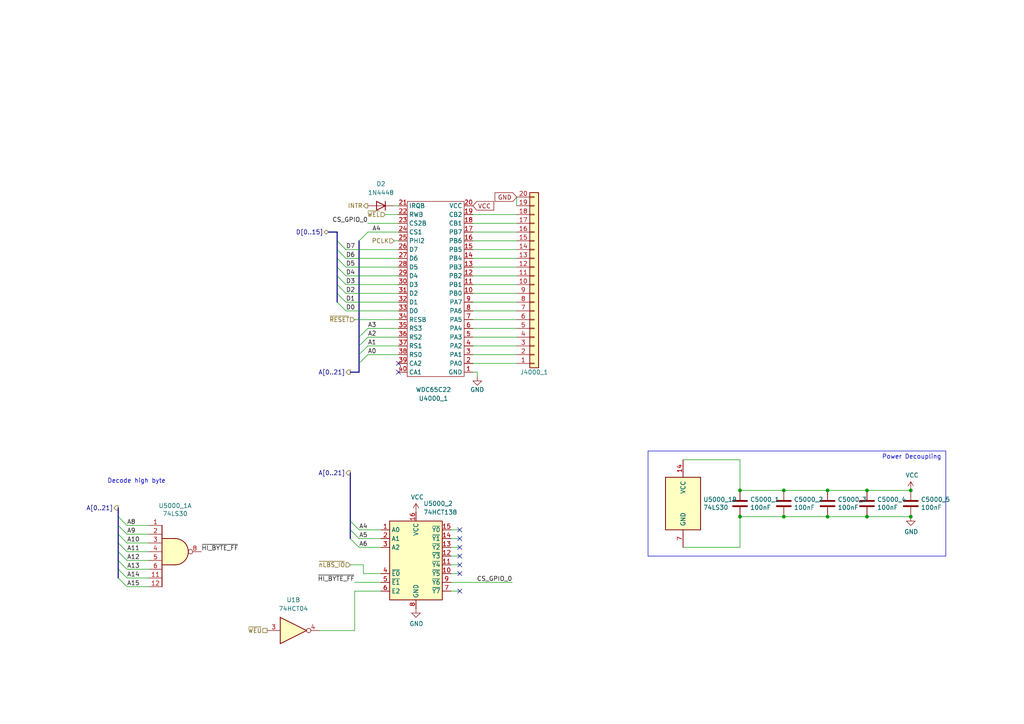
<source format=kicad_sch>
(kicad_sch (version 20250114) (generator "eeschema") (generator_version "9.0")
  (paper "A4")
  (lib_symbols
    (symbol "74xx:74HCT04"
      (property "Reference" "U" (at 0 1.27 0))
      (property "Value" "74HCT04" (at 0 -1.27 0))
      (symbol "74HCT04_1_0"
        (polyline (pts (xy -3.81 3.81) (xy -3.81 -3.81) (xy 3.81 0) (xy -3.81 3.81)) (stroke (width 0.254)) (fill (type background)))
        (pin input line (at -7.62 0 0) (length 3.81) (name "~") (number "1"))
        (pin output inverted (at 7.62 0 180) (length 3.81) (name "~") (number "2"))
      )
      (symbol "74HCT04_2_0"
        (polyline (pts (xy -3.81 3.81) (xy -3.81 -3.81) (xy 3.81 0) (xy -3.81 3.81)) (stroke (width 0.254)) (fill (type background)))
        (pin input line (at -7.62 0 0) (length 3.81) (name "~") (number "3"))
        (pin output inverted (at 7.62 0 180) (length 3.81) (name "~") (number "4"))
      )
      (symbol "74HCT04_3_0"
        (polyline (pts (xy -3.81 3.81) (xy -3.81 -3.81) (xy 3.81 0) (xy -3.81 3.81)) (stroke (width 0.254)) (fill (type background)))
        (pin input line (at -7.62 0 0) (length 3.81) (name "~") (number "5"))
        (pin output inverted (at 7.62 0 180) (length 3.81) (name "~") (number "6"))
      )
      (symbol "74HCT04_4_0"
        (polyline (pts (xy -3.81 3.81) (xy -3.81 -3.81) (xy 3.81 0) (xy -3.81 3.81)) (stroke (width 0.254)) (fill (type background)))
        (pin input line (at -7.62 0 0) (length 3.81) (name "~") (number "9"))
        (pin output inverted (at 7.62 0 180) (length 3.81) (name "~") (number "8"))
      )
      (symbol "74HCT04_5_0"
        (polyline (pts (xy -3.81 3.81) (xy -3.81 -3.81) (xy 3.81 0) (xy -3.81 3.81)) (stroke (width 0.254)) (fill (type background)))
        (pin input line (at -7.62 0 0) (length 3.81) (name "~") (number "11"))
        (pin output inverted (at 7.62 0 180) (length 3.81) (name "~") (number "10"))
      )
      (symbol "74HCT04_6_0"
        (polyline (pts (xy -3.81 3.81) (xy -3.81 -3.81) (xy 3.81 0) (xy -3.81 3.81)) (stroke (width 0.254)) (fill (type background)))
        (pin input line (at -7.62 0 0) (length 3.81) (name "~") (number "13"))
        (pin output inverted (at 7.62 0 180) (length 3.81) (name "~") (number "12"))
      )
      (symbol "74HCT04_7_0"
        (pin power_in line (at 0 12.7 270) (length 5.08) (name "VCC") (number "14"))
        (pin power_in line (at 0 -12.7 90) (length 5.08) (name "GND") (number "7"))
      )
      (symbol "74HCT04_7_1"
        (rectangle (start -5.08 7.62) (end 5.08 -7.62) (stroke (width 0.254)) (fill (type background)))
      )
    )
    (symbol "74xx:74HCT138"
      (property "Reference" "U" (at -7.62 13.97 0))
      (property "Value" "74HCT138" (at 2.54 -11.43 0))
      (symbol "74HCT138_0_1"
        (rectangle (start -7.62 12.7) (end 7.62 -10.16) (stroke (width 0.254)) (fill (type background)))
      )
      (symbol "74HCT138_1_1"
        (pin input line (at -10.16 10.16 0) (length 2.54) (name "A0") (number "1"))
        (pin input line (at -10.16 7.62 0) (length 2.54) (name "A1") (number "2"))
        (pin input line (at -10.16 5.08 0) (length 2.54) (name "A2") (number "3"))
        (pin input line (at -10.16 -2.54 0) (length 2.54) (name "~{E0}") (number "4"))
        (pin input line (at -10.16 -5.08 0) (length 2.54) (name "~{E1}") (number "5"))
        (pin input line (at -10.16 -7.62 0) (length 2.54) (name "E2") (number "6"))
        (pin power_in line (at 0 15.24 270) (length 2.54) (name "VCC") (number "16"))
        (pin power_in line (at 0 -12.7 90) (length 2.54) (name "GND") (number "8"))
        (pin output line (at 10.16 10.16 180) (length 2.54) (name "~{Y0}") (number "15"))
        (pin output line (at 10.16 7.62 180) (length 2.54) (name "~{Y1}") (number "14"))
        (pin output line (at 10.16 5.08 180) (length 2.54) (name "~{Y2}") (number "13"))
        (pin output line (at 10.16 2.54 180) (length 2.54) (name "~{Y3}") (number "12"))
        (pin output line (at 10.16 0 180) (length 2.54) (name "~{Y4}") (number "11"))
        (pin output line (at 10.16 -2.54 180) (length 2.54) (name "~{Y5}") (number "10"))
        (pin output line (at 10.16 -5.08 180) (length 2.54) (name "~{Y6}") (number "9"))
        (pin output line (at 10.16 -7.62 180) (length 2.54) (name "~{Y7}") (number "7"))
      )
    )
    (symbol "74xx:74LS30" (pin_names (offset 1.016))
      (property "Reference" "U" (at 0 1.27 0))
      (property "Value" "74LS30" (at 0 -1.27 0))
      (symbol "74LS30_1_1"
        (polyline (pts (xy -3.81 7.62) (xy -3.81 -10.16)) (stroke (width 0.254)))
        (arc (start 0 3.81) (mid 3.7934 0) (end 0 -3.81) (stroke (width 0.254)) (fill (type background)))
        (polyline (pts (xy 0 3.81) (xy -3.81 3.81) (xy -3.81 -3.81) (xy 0 -3.81)) (stroke (width 0.254)) (fill (type background)))
        (pin input line (at -7.62 7.62 0) (length 3.81) (name "~") (number "1"))
        (pin input line (at -7.62 5.08 0) (length 3.81) (name "~") (number "2"))
        (pin input line (at -7.62 2.54 0) (length 3.81) (name "~") (number "3"))
        (pin input line (at -7.62 0 0) (length 3.81) (name "~") (number "4"))
        (pin input line (at -7.62 -2.54 0) (length 3.81) (name "~") (number "5"))
        (pin input line (at -7.62 -5.08 0) (length 3.81) (name "~") (number "6"))
        (pin input line (at -7.62 -7.62 0) (length 3.81) (name "~") (number "11"))
        (pin input line (at -7.62 -10.16 0) (length 3.81) (name "~") (number "12"))
        (pin output inverted (at 7.62 0 180) (length 3.81) (name "~") (number "8"))
      )
      (symbol "74LS30_1_2"
        (arc (start -3.81 3.81) (mid -2.589 0) (end -3.81 -3.81) (stroke (width 0.254)))
        (polyline (pts (xy -3.81 7.62) (xy -3.81 3.81)) (stroke (width 0.254)))
        (polyline (pts (xy -3.81 3.81) (xy -0.635 3.81)) (stroke (width 0.254)) (fill (type background)))
        (polyline (pts (xy -3.81 -3.81) (xy -3.81 -10.16)) (stroke (width 0.254)))
        (polyline (pts (xy -3.81 -3.81) (xy -0.635 -3.81)) (stroke (width 0.254)) (fill (type background)))
        (arc (start 3.81 0) (mid 2.1855 -2.584) (end -0.6096 -3.81) (stroke (width 0.254)) (fill (type background)))
        (arc (start -0.6096 3.81) (mid 2.1928 2.5924) (end 3.81 0) (stroke (width 0.254)) (fill (type background)))
        (polyline (pts (xy -0.635 3.81) (xy -3.81 3.81) (xy -3.81 3.81) (xy -3.556 3.4036) (xy -3.0226 2.2606) (xy -2.6924 1.0414) (xy -2.6162 -0.254) (xy -2.7686 -1.4986) (xy -3.175 -2.7178) (xy -3.81 -3.81) (xy -3.81 -3.81) (xy -0.635 -3.81)) (stroke (width -25.4)) (fill (type background)))
        (pin input inverted (at -7.62 7.62 0) (length 3.81) (name "~") (number "1"))
        (pin input inverted (at -7.62 5.08 0) (length 3.81) (name "~") (number "2"))
        (pin input inverted (at -7.62 2.54 0) (length 4.5466) (name "~") (number "3"))
        (pin input inverted (at -7.62 0 0) (length 5.08) (name "~") (number "4"))
        (pin input inverted (at -7.62 -2.54 0) (length 4.5466) (name "~") (number "5"))
        (pin input inverted (at -7.62 -5.08 0) (length 3.81) (name "~") (number "6"))
        (pin input inverted (at -7.62 -7.62 0) (length 3.81) (name "~") (number "11"))
        (pin input inverted (at -7.62 -10.16 0) (length 3.81) (name "~") (number "12"))
        (pin output line (at 7.62 0 180) (length 3.81) (name "~") (number "8"))
      )
      (symbol "74LS30_2_0"
        (pin power_in line (at 0 12.7 270) (length 5.08) (name "VCC") (number "14"))
        (pin power_in line (at 0 -12.7 90) (length 5.08) (name "GND") (number "7"))
      )
      (symbol "74LS30_2_1"
        (rectangle (start -5.08 7.62) (end 5.08 -7.62) (stroke (width 0.254)) (fill (type background)))
      )
    )
    (symbol "Alius:WDC65C22"
      (property "Reference" "U" (at 0 0 0))
      (property "Value" "WDC65C22" (at 0 -2.54 0))
      (symbol "WDC65C22_0_1"
        (rectangle (start -8.89 -6.35) (end 7.62 -57.15))
        (rectangle (start 2.54 -25.4) (end 2.54 -25.4))
      )
      (symbol "WDC65C22_1_1"
        (pin power_in line (at -11.43 -7.62 0) (length 2.54) (name "GND") (number "1"))
        (pin bidirectional line (at -11.43 -10.16 0) (length 2.54) (name "PA0") (number "2"))
        (pin bidirectional line (at -11.43 -12.7 0) (length 2.54) (name "PA1") (number "3"))
        (pin bidirectional line (at -11.43 -15.24 0) (length 2.54) (name "PA2") (number "4"))
        (pin bidirectional line (at -11.43 -17.78 0) (length 2.54) (name "PA3") (number "5"))
        (pin bidirectional line (at -11.43 -20.32 0) (length 2.54) (name "PA4") (number "6"))
        (pin bidirectional line (at -11.43 -22.86 0) (length 2.54) (name "PA5") (number "7"))
        (pin bidirectional line (at -11.43 -25.4 0) (length 2.54) (name "PA6") (number "8"))
        (pin bidirectional line (at -11.43 -27.94 0) (length 2.54) (name "PA7") (number "9"))
        (pin bidirectional line (at -11.43 -30.48 0) (length 2.54) (name "PB0") (number "10"))
        (pin bidirectional line (at -11.43 -33.02 0) (length 2.54) (name "PB1") (number "11"))
        (pin bidirectional line (at -11.43 -35.56 0) (length 2.54) (name "PB2") (number "12"))
        (pin bidirectional line (at -11.43 -38.1 0) (length 2.54) (name "PB3") (number "13"))
        (pin bidirectional line (at -11.43 -40.64 0) (length 2.54) (name "PB4") (number "14"))
        (pin bidirectional line (at -11.43 -43.18 0) (length 2.54) (name "PB5") (number "15"))
        (pin bidirectional line (at -11.43 -45.72 0) (length 2.54) (name "PB6") (number "16"))
        (pin bidirectional line (at -11.43 -48.26 0) (length 2.54) (name "PB7") (number "17"))
        (pin bidirectional line (at -11.43 -50.8 0) (length 2.54) (name "CB1") (number "18"))
        (pin bidirectional line (at -11.43 -53.34 0) (length 2.54) (name "CB2") (number "19"))
        (pin power_in line (at -11.43 -55.88 0) (length 2.54) (name "VCC") (number "20"))
        (pin bidirectional line (at 10.16 -7.62 180) (length 2.54) (name "CA1") (number "40"))
        (pin bidirectional line (at 10.16 -10.16 180) (length 2.54) (name "CA2") (number "39"))
        (pin input line (at 10.16 -12.7 180) (length 2.54) (name "RS0") (number "38"))
        (pin input line (at 10.16 -15.24 180) (length 2.54) (name "RS1") (number "37"))
        (pin input line (at 10.16 -17.78 180) (length 2.54) (name "RS2") (number "36"))
        (pin input line (at 10.16 -20.32 180) (length 2.54) (name "RS3") (number "35"))
        (pin input line (at 10.16 -22.86 180) (length 2.54) (name "RESB") (number "34"))
        (pin bidirectional line (at 10.16 -25.4 180) (length 2.54) (name "D0") (number "33"))
        (pin bidirectional line (at 10.16 -27.94 180) (length 2.54) (name "D1") (number "32"))
        (pin bidirectional line (at 10.16 -30.48 180) (length 2.54) (name "D2") (number "31"))
        (pin bidirectional line (at 10.16 -33.02 180) (length 2.54) (name "D3") (number "30"))
        (pin bidirectional line (at 10.16 -35.56 180) (length 2.54) (name "D4") (number "29"))
        (pin bidirectional line (at 10.16 -38.1 180) (length 2.54) (name "D5") (number "28"))
        (pin bidirectional line (at 10.16 -40.64 180) (length 2.54) (name "D6") (number "27"))
        (pin bidirectional line (at 10.16 -43.18 180) (length 2.54) (name "D7") (number "26"))
        (pin input line (at 10.16 -45.72 180) (length 2.54) (name "PHI2") (number "25"))
        (pin input line (at 10.16 -48.26 180) (length 2.54) (name "CS1") (number "24"))
        (pin input line (at 10.16 -50.8 180) (length 2.54) (name "CS2B") (number "23"))
        (pin input line (at 10.16 -53.34 180) (length 2.54) (name "RWB") (number "22"))
        (pin output line (at 10.16 -55.88 180) (length 2.54) (name "IRQB") (number "21"))
      )
    )
    (symbol "Connector_Generic:Conn_01x20" (pin_names (offset 1.016) (hide yes))
      (property "Reference" "J" (at 0 25.4 0))
      (property "Value" "Conn_01x20" (at 0 -27.94 0))
      (symbol "Conn_01x20_1_1"
        (rectangle (start -1.27 24.13) (end 1.27 -26.67) (stroke (width 0.254)) (fill (type background)))
        (rectangle (start -1.27 22.987) (end 0 22.733) (stroke (width 0.1524)))
        (rectangle (start -1.27 20.447) (end 0 20.193) (stroke (width 0.1524)))
        (rectangle (start -1.27 17.907) (end 0 17.653) (stroke (width 0.1524)))
        (rectangle (start -1.27 15.367) (end 0 15.113) (stroke (width 0.1524)))
        (rectangle (start -1.27 12.827) (end 0 12.573) (stroke (width 0.1524)))
        (rectangle (start -1.27 10.287) (end 0 10.033) (stroke (width 0.1524)))
        (rectangle (start -1.27 7.747) (end 0 7.493) (stroke (width 0.1524)))
        (rectangle (start -1.27 5.207) (end 0 4.953) (stroke (width 0.1524)))
        (rectangle (start -1.27 2.667) (end 0 2.413) (stroke (width 0.1524)))
        (rectangle (start -1.27 0.127) (end 0 -0.127) (stroke (width 0.1524)))
        (rectangle (start -1.27 -2.413) (end 0 -2.667) (stroke (width 0.1524)))
        (rectangle (start -1.27 -4.953) (end 0 -5.207) (stroke (width 0.1524)))
        (rectangle (start -1.27 -7.493) (end 0 -7.747) (stroke (width 0.1524)))
        (rectangle (start -1.27 -10.033) (end 0 -10.287) (stroke (width 0.1524)))
        (rectangle (start -1.27 -12.573) (end 0 -12.827) (stroke (width 0.1524)))
        (rectangle (start -1.27 -15.113) (end 0 -15.367) (stroke (width 0.1524)))
        (rectangle (start -1.27 -17.653) (end 0 -17.907) (stroke (width 0.1524)))
        (rectangle (start -1.27 -20.193) (end 0 -20.447) (stroke (width 0.1524)))
        (rectangle (start -1.27 -22.733) (end 0 -22.987) (stroke (width 0.1524)))
        (rectangle (start -1.27 -25.273) (end 0 -25.527) (stroke (width 0.1524)))
        (pin passive line (at -5.08 22.86 0) (length 3.81) (name "Pin_1") (number "1"))
        (pin passive line (at -5.08 20.32 0) (length 3.81) (name "Pin_2") (number "2"))
        (pin passive line (at -5.08 17.78 0) (length 3.81) (name "Pin_3") (number "3"))
        (pin passive line (at -5.08 15.24 0) (length 3.81) (name "Pin_4") (number "4"))
        (pin passive line (at -5.08 12.7 0) (length 3.81) (name "Pin_5") (number "5"))
        (pin passive line (at -5.08 10.16 0) (length 3.81) (name "Pin_6") (number "6"))
        (pin passive line (at -5.08 7.62 0) (length 3.81) (name "Pin_7") (number "7"))
        (pin passive line (at -5.08 5.08 0) (length 3.81) (name "Pin_8") (number "8"))
        (pin passive line (at -5.08 2.54 0) (length 3.81) (name "Pin_9") (number "9"))
        (pin passive line (at -5.08 0 0) (length 3.81) (name "Pin_10") (number "10"))
        (pin passive line (at -5.08 -2.54 0) (length 3.81) (name "Pin_11") (number "11"))
        (pin passive line (at -5.08 -5.08 0) (length 3.81) (name "Pin_12") (number "12"))
        (pin passive line (at -5.08 -7.62 0) (length 3.81) (name "Pin_13") (number "13"))
        (pin passive line (at -5.08 -10.16 0) (length 3.81) (name "Pin_14") (number "14"))
        (pin passive line (at -5.08 -12.7 0) (length 3.81) (name "Pin_15") (number "15"))
        (pin passive line (at -5.08 -15.24 0) (length 3.81) (name "Pin_16") (number "16"))
        (pin passive line (at -5.08 -17.78 0) (length 3.81) (name "Pin_17") (number "17"))
        (pin passive line (at -5.08 -20.32 0) (length 3.81) (name "Pin_18") (number "18"))
        (pin passive line (at -5.08 -22.86 0) (length 3.81) (name "Pin_19") (number "19"))
        (pin passive line (at -5.08 -25.4 0) (length 3.81) (name "Pin_20") (number "20"))
      )
    )
    (symbol "Device:C" (pin_numbers (hide yes)) (pin_names (offset 0.254))
      (property "Reference" "C" (at 0.635 2.54 0))
      (property "Value" "C" (at 0.635 -2.54 0))
      (symbol "C_0_1"
        (polyline (pts (xy -2.032 0.762) (xy 2.032 0.762)) (stroke (width 0.508)))
        (polyline (pts (xy -2.032 -0.762) (xy 2.032 -0.762)) (stroke (width 0.508)))
      )
      (symbol "C_1_1"
        (pin passive line (at 0 3.81 270) (length 2.794) (name "~") (number "1"))
        (pin passive line (at 0 -3.81 90) (length 2.794) (name "~") (number "2"))
      )
    )
    (symbol "Diode:1N4448" (pin_numbers (hide yes)) (pin_names (hide yes))
      (property "Reference" "D" (at 0 2.54 0))
      (property "Value" "1N4448" (at 0 -2.54 0))
      (symbol "1N4448_0_1"
        (polyline (pts (xy -1.27 1.27) (xy -1.27 -1.27)) (stroke (width 0.254)))
        (polyline (pts (xy 1.27 1.27) (xy 1.27 -1.27) (xy -1.27 0) (xy 1.27 1.27)) (stroke (width 0.254)))
        (polyline (pts (xy 1.27 0) (xy -1.27 0)))
      )
      (symbol "1N4448_1_1"
        (pin passive line (at -3.81 0 0) (length 2.54) (name "K") (number "1"))
        (pin passive line (at 3.81 0 180) (length 2.54) (name "A") (number "2"))
      )
    )
    (symbol "power:GND" (power) (pin_numbers (hide yes)) (pin_names (offset 0) (hide yes))
      (property "Value" "GND" (at 0 -3.81 0))
      (symbol "GND_0_1"
        (polyline (pts (xy 0 0) (xy 0 -1.27) (xy 1.27 -1.27) (xy 0 -2.54) (xy -1.27 -1.27) (xy 0 -1.27)))
      )
      (symbol "GND_1_1"
        (pin power_in line (at 0 0 270) (length 0) (name "~") (number "1"))
      )
    )
    (symbol "power:VCC" (power) (pin_numbers (hide yes)) (pin_names (offset 0) (hide yes))
      (property "Value" "VCC" (at 0 3.556 0))
      (symbol "VCC_0_1"
        (polyline (pts (xy -0.762 1.27) (xy 0 2.54)))
        (polyline (pts (xy 0 2.54) (xy 0.762 1.27)))
        (polyline (pts (xy 0 0) (xy 0 2.54)))
      )
      (symbol "VCC_1_1"
        (pin power_in line (at 0 0 90) (length 0) (name "~") (number "1"))
      )
    )
  )
  (text "Power Decoupling" (at 273.05 133.35 0) (effects (font (size 1.27 1.27)) (justify right bottom)))
  (text "Decode high byte" (at 31.115 140.335 0) (effects (font (size 1.27 1.27)) (justify left bottom)))
  (junction (at 214.63 142.24))
  (junction (at 214.63 149.86))
  (junction (at 240.03 149.86))
  (junction (at 264.16 149.86))
  (junction (at 251.46 149.86))
  (junction (at 251.46 142.24))
  (junction (at 227.33 142.24))
  (junction (at 227.33 149.86))
  (junction (at 240.03 142.24))
  (junction (at 264.16 142.24))
  (no_connect (at 133.35 161.29))
  (no_connect (at 133.35 156.21))
  (no_connect (at 133.35 163.83))
  (no_connect (at 133.35 158.75))
  (no_connect (at 133.35 171.45))
  (no_connect (at 133.35 153.67))
  (no_connect (at 115.57 107.95))
  (no_connect (at 133.35 166.37))
  (no_connect (at 115.57 105.41))
  (bus_entry (at 34.29 154.94) (size 2.54 2.54))
  (bus_entry (at 101.6 151.13) (size 2.54 2.54))
  (bus_entry (at 97.79 85.09) (size 2.54 2.54))
  (bus_entry (at 34.29 149.86) (size 2.54 2.54))
  (bus_entry (at 104.14 105.41) (size 2.54 -2.54))
  (bus_entry (at 104.14 97.79) (size 2.54 -2.54))
  (bus_entry (at 34.29 167.64) (size 2.54 2.54))
  (bus_entry (at 97.79 80.01) (size 2.54 2.54))
  (bus_entry (at 34.29 160.02) (size 2.54 2.54))
  (bus_entry (at 97.79 87.63) (size 2.54 2.54))
  (bus_entry (at 97.79 72.39) (size 2.54 2.54))
  (bus_entry (at 34.29 162.56) (size 2.54 2.54))
  (bus_entry (at 101.6 156.21) (size 2.54 2.54))
  (bus_entry (at 97.79 74.93) (size 2.54 2.54))
  (bus_entry (at 34.29 157.48) (size 2.54 2.54))
  (bus_entry (at 101.6 153.67) (size 2.54 2.54))
  (bus_entry (at 104.14 102.87) (size 2.54 -2.54))
  (bus_entry (at 34.29 165.1) (size 2.54 2.54))
  (bus_entry (at 97.79 77.47) (size 2.54 2.54))
  (bus_entry (at 34.29 152.4) (size 2.54 2.54))
  (bus_entry (at 97.79 69.85) (size 2.54 2.54))
  (bus_entry (at 104.14 100.33) (size 2.54 -2.54))
  (bus_entry (at 104.14 69.85) (size 2.54 -2.54))
  (bus_entry (at 97.79 82.55) (size 2.54 2.54))
  (wire (pts (xy 43.18 152.4) (xy 36.83 152.4)))
  (wire (pts (xy 106.68 102.87) (xy 115.57 102.87)))
  (wire (pts (xy 137.16 105.41) (xy 149.86 105.41)))
  (wire (pts (xy 137.16 72.39) (xy 149.86 72.39)))
  (wire (pts (xy 133.35 153.67) (xy 130.81 153.67)))
  (bus (pts (xy 34.29 147.32) (xy 34.29 149.86)))
  (bus (pts (xy 104.14 100.33) (xy 104.14 102.87)))
  (wire (pts (xy 100.33 74.93) (xy 115.57 74.93)))
  (bus (pts (xy 34.29 157.48) (xy 34.29 160.02)))
  (wire (pts (xy 101.6 163.83) (xy 105.41 163.83)))
  (bus (pts (xy 34.29 165.1) (xy 34.29 167.64)))
  (wire (pts (xy 106.68 97.79) (xy 115.57 97.79)))
  (bus (pts (xy 101.6 153.67) (xy 101.6 156.21)))
  (wire (pts (xy 137.16 100.33) (xy 149.86 100.33)))
  (wire (pts (xy 240.03 149.86) (xy 251.46 149.86)))
  (wire (pts (xy 251.46 149.86) (xy 264.16 149.86)))
  (wire (pts (xy 137.16 62.23) (xy 149.86 62.23)))
  (wire (pts (xy 115.57 59.69) (xy 114.3 59.69)))
  (wire (pts (xy 137.16 85.09) (xy 149.86 85.09)))
  (wire (pts (xy 43.18 154.94) (xy 36.83 154.94)))
  (wire (pts (xy 133.35 158.75) (xy 130.81 158.75)))
  (wire (pts (xy 106.68 95.25) (xy 115.57 95.25)))
  (wire (pts (xy 137.16 90.17) (xy 149.86 90.17)))
  (bus (pts (xy 34.29 162.56) (xy 34.29 165.1)))
  (wire (pts (xy 100.33 80.01) (xy 115.57 80.01)))
  (wire (pts (xy 240.03 142.24) (xy 227.33 142.24)))
  (polyline (pts (xy 187.96 130.81) (xy 187.96 161.29)))
  (wire (pts (xy 102.87 171.45) (xy 110.49 171.45)))
  (wire (pts (xy 264.16 142.24) (xy 251.46 142.24)))
  (wire (pts (xy 106.68 67.31) (xy 115.57 67.31)))
  (wire (pts (xy 130.81 171.45) (xy 133.35 171.45)))
  (wire (pts (xy 214.63 149.86) (xy 227.33 149.86)))
  (wire (pts (xy 92.71 182.88) (xy 102.87 182.88)))
  (wire (pts (xy 251.46 142.24) (xy 240.03 142.24)))
  (bus (pts (xy 104.14 102.87) (xy 104.14 105.41)))
  (wire (pts (xy 130.81 168.91) (xy 148.59 168.91)))
  (wire (pts (xy 102.87 92.71) (xy 115.57 92.71)))
  (wire (pts (xy 43.18 162.56) (xy 36.83 162.56)))
  (bus (pts (xy 97.79 82.55) (xy 97.79 85.09)))
  (wire (pts (xy 43.18 157.48) (xy 36.83 157.48)))
  (wire (pts (xy 137.16 97.79) (xy 149.86 97.79)))
  (wire (pts (xy 137.16 80.01) (xy 149.86 80.01)))
  (bus (pts (xy 34.29 160.02) (xy 34.29 162.56)))
  (wire (pts (xy 102.87 168.91) (xy 110.49 168.91)))
  (wire (pts (xy 214.63 149.86) (xy 214.63 158.75)))
  (bus (pts (xy 34.29 154.94) (xy 34.29 157.48)))
  (wire (pts (xy 198.12 133.35) (xy 214.63 133.35)))
  (wire (pts (xy 137.16 67.31) (xy 149.86 67.31)))
  (wire (pts (xy 137.16 92.71) (xy 149.86 92.71)))
  (wire (pts (xy 100.33 77.47) (xy 115.57 77.47)))
  (polyline (pts (xy 274.32 130.81) (xy 274.32 161.29)))
  (wire (pts (xy 137.16 87.63) (xy 149.86 87.63)))
  (wire (pts (xy 104.14 156.21) (xy 110.49 156.21)))
  (wire (pts (xy 100.33 90.17) (xy 115.57 90.17)))
  (wire (pts (xy 137.16 74.93) (xy 149.86 74.93)))
  (wire (pts (xy 100.33 87.63) (xy 115.57 87.63)))
  (wire (pts (xy 227.33 142.24) (xy 214.63 142.24)))
  (wire (pts (xy 137.16 64.77) (xy 149.86 64.77)))
  (bus (pts (xy 97.79 74.93) (xy 97.79 77.47)))
  (wire (pts (xy 106.68 64.77) (xy 115.57 64.77)))
  (bus (pts (xy 97.79 72.39) (xy 97.79 74.93)))
  (bus (pts (xy 104.14 97.79) (xy 104.14 100.33)))
  (wire (pts (xy 137.16 95.25) (xy 149.86 95.25)))
  (wire (pts (xy 137.16 107.95) (xy 138.43 107.95)))
  (bus (pts (xy 95.25 67.31) (xy 97.79 67.31)))
  (bus (pts (xy 97.79 77.47) (xy 97.79 80.01)))
  (wire (pts (xy 137.16 69.85) (xy 149.86 69.85)))
  (wire (pts (xy 198.12 158.75) (xy 214.63 158.75)))
  (polyline (pts (xy 274.32 130.81) (xy 187.96 130.81)))
  (wire (pts (xy 43.18 167.64) (xy 36.83 167.64)))
  (wire (pts (xy 100.33 85.09) (xy 115.57 85.09)))
  (wire (pts (xy 100.33 82.55) (xy 115.57 82.55)))
  (bus (pts (xy 97.79 80.01) (xy 97.79 82.55)))
  (bus (pts (xy 104.14 105.41) (xy 104.14 107.95)))
  (wire (pts (xy 133.35 163.83) (xy 130.81 163.83)))
  (wire (pts (xy 100.33 72.39) (xy 115.57 72.39)))
  (wire (pts (xy 43.18 165.1) (xy 36.83 165.1)))
  (wire (pts (xy 43.18 160.02) (xy 36.83 160.02)))
  (bus (pts (xy 101.6 151.13) (xy 101.6 153.67)))
  (wire (pts (xy 102.87 182.88) (xy 102.87 171.45)))
  (wire (pts (xy 137.16 77.47) (xy 149.86 77.47)))
  (polyline (pts (xy 187.96 161.29) (xy 274.32 161.29)))
  (bus (pts (xy 97.79 69.85) (xy 97.79 72.39)))
  (bus (pts (xy 101.6 137.16) (xy 101.6 151.13)))
  (wire (pts (xy 137.16 82.55) (xy 149.86 82.55)))
  (wire (pts (xy 106.68 100.33) (xy 115.57 100.33)))
  (bus (pts (xy 104.14 69.85) (xy 104.14 97.79)))
  (wire (pts (xy 149.86 57.15) (xy 149.86 59.69)))
  (wire (pts (xy 104.14 158.75) (xy 110.49 158.75)))
  (bus (pts (xy 34.29 152.4) (xy 34.29 154.94)))
  (wire (pts (xy 133.35 156.21) (xy 130.81 156.21)))
  (wire (pts (xy 227.33 149.86) (xy 240.03 149.86)))
  (wire (pts (xy 214.63 142.24) (xy 214.63 133.35)))
  (wire (pts (xy 138.43 107.95) (xy 138.43 109.22)))
  (wire (pts (xy 111.76 62.23) (xy 115.57 62.23)))
  (wire (pts (xy 43.18 170.18) (xy 36.83 170.18)))
  (wire (pts (xy 105.41 166.37) (xy 110.49 166.37)))
  (bus (pts (xy 104.14 107.95) (xy 101.6 107.95)))
  (wire (pts (xy 115.57 69.85) (xy 114.3 69.85)))
  (bus (pts (xy 34.29 149.86) (xy 34.29 152.4)))
  (bus (pts (xy 97.79 85.09) (xy 97.79 87.63)))
  (wire (pts (xy 104.14 153.67) (xy 110.49 153.67)))
  (wire (pts (xy 105.41 163.83) (xy 105.41 166.37)))
  (bus (pts (xy 97.79 67.31) (xy 97.79 69.85)))
  (wire (pts (xy 137.16 102.87) (xy 149.86 102.87)))
  (wire (pts (xy 133.35 166.37) (xy 130.81 166.37)))
  (wire (pts (xy 133.35 161.29) (xy 130.81 161.29)))
  (label "D1" (at 100.33 87.63 0))
  (label "D5" (at 100.33 77.47 0))
  (label "D6" (at 100.33 74.93 0))
  (label "D2" (at 100.33 85.09 0))
  (label "A12" (at 36.83 162.56 0))
  (label "CS_GPIO_0" (at 148.59 168.91 180))
  (label "A4" (at 104.14 153.67 0))
  (label "~{HI_BYTE_FF}" (at 58.42 160.02 0))
  (label "A6" (at 104.14 158.75 0))
  (label "A13" (at 36.83 165.1 0))
  (label "A1" (at 106.68 100.33 0))
  (label "A14" (at 36.83 167.64 0))
  (label "A10" (at 36.83 157.48 0))
  (label "A3" (at 106.68 95.25 0))
  (label "D0" (at 100.33 90.17 0))
  (label "~{HI_BYTE_FF}" (at 102.87 168.91 180))
  (label "A4" (at 107.95 67.31 0))
  (label "A0" (at 106.68 102.87 0))
  (label "A5" (at 104.14 156.21 0))
  (label "CS_GPIO_0" (at 106.68 64.77 180))
  (label "D7" (at 100.33 72.39 0))
  (label "A11" (at 36.83 160.02 0))
  (label "A8" (at 36.83 152.4 0))
  (label "A2" (at 106.68 97.79 0))
  (label "D3" (at 100.33 82.55 0))
  (label "A9" (at 36.83 154.94 0))
  (label "D4" (at 100.33 80.01 0))
  (label "A15" (at 36.83 170.18 0))
  (global_label "VCC" (shape input) (at 137.16 59.69 0) (property "Intersheetrefs" "${INTERSHEET_REFS}" (effects (hide yes))))
  (global_label "GND" (shape input) (at 149.86 57.15 180) (property "Intersheetrefs" "${INTERSHEET_REFS}" (effects (hide yes))))
  (hierarchical_label "D[0..15]" (shape bidirectional) (at 95.25 67.31 180))
  (hierarchical_label "PCLK" (shape input) (at 114.3 69.85 180))
  (hierarchical_label "A[0..21]" (shape output) (at 34.29 147.32 180))
  (hierarchical_label "A[0..21]" (shape output) (at 101.6 107.95 180))
  (hierarchical_label "INTR" (shape output) (at 106.68 59.69 180))
  (hierarchical_label "A[0..21]" (shape output) (at 101.6 137.16 180))
  (hierarchical_label "~{RESET}" (shape input) (at 102.87 92.71 180))
  (hierarchical_label "~{WEL}" (shape input) (at 111.76 62.23 180))
  (hierarchical_label "~{WEU}" (shape passive) (at 77.47 182.88 180))
  (hierarchical_label "~{nLBS_IO}" (shape input) (at 101.6 163.83 180))
  (symbol (lib_id "power:GND") (at 120.65 176.53 0) (unit 1)
    (property "Reference" "#PWR039" (effects (hide yes)))
    (property "Value" "GND" (at 120.777 180.9242 0))
  )
  (symbol (lib_id "74xx:74LS30") (at 50.8 160.02 0) (unit 1)
    (property "Reference" "U5000_1" (at 50.8 146.685 0))
    (property "Value" "74LS30" (at 50.8 148.9964 0))
    (property "Footprint" "Package_DIP:DIP-14_W7.62mm" (effects (hide yes)))
    (property "Datasheet" "http://www.ti.com/lit/gpn/sn74LS30" (effects (hide yes)))
  )
  (symbol (lib_id "74xx:74LS30") (at 198.12 146.05 0) (unit 2)
    (property "Reference" "U5000_1" (at 203.962 144.8816 0) (effects (justify left)))
    (property "Value" "74LS30" (at 203.962 147.193 0) (effects (justify left)))
    (property "Footprint" "Package_DIP:DIP-14_W7.62mm" (effects (hide yes)))
    (property "Datasheet" "http://www.ti.com/lit/gpn/sn74LS30" (effects (hide yes)))
  )
  (symbol (lib_id "power:GND") (at 138.43 109.22 0) (unit 1)
    (property "Reference" "#PWR040" (effects (hide yes)))
    (property "Value" "GND" (at 138.43 113.03 0))
  )
  (symbol (lib_id "power:GND") (at 264.16 149.86 0) (unit 1)
    (property "Reference" "#PWR042" (effects (hide yes)))
    (property "Value" "GND" (at 264.287 154.2542 0))
  )
  (symbol (lib_id "power:VCC") (at 264.16 142.24 0) (unit 1)
    (property "Reference" "#PWR041" (effects (hide yes)))
    (property "Value" "VCC" (at 264.541 137.8458 0))
  )
  (symbol (lib_id "Device:C") (at 264.16 146.05 0) (unit 1)
    (property "Reference" "C5000_5" (at 267.081 144.8816 0) (effects (justify left)))
    (property "Value" "100nF" (at 267.081 147.193 0) (effects (justify left)))
    (property "Footprint" "Capacitor_THT:C_Rect_L4.0mm_W2.5mm_P2.50mm" (effects (hide yes)))
  )
  (symbol (lib_id "Diode:1N4448") (at 110.49 59.69 0) (mirror y) (unit 1)
    (property "Reference" "D2" (at 110.49 53.34 0))
    (property "Value" "1N4448" (at 110.49 55.88 0))
    (property "Footprint" "Diode_THT:D_DO-35_SOD27_P7.62mm_Horizontal" (effects (hide yes)))
    (property "Datasheet" "https://assets.nexperia.com/documents/data-sheet/1N4148_1N4448.pdf" (effects (hide yes)))
    (property "Description" "100V 0.15A High-speed standard diode, DO-35" (effects (hide yes)))
    (property "Sim.Device" "D" (effects (hide yes)))
    (property "Sim.Pins" "1=K 2=A" (effects (hide yes)))
  )
  (symbol (lib_id "power:VCC") (at 120.65 148.59 0) (unit 1)
    (property "Reference" "#PWR038" (effects (hide yes)))
    (property "Value" "VCC" (at 121.031 144.1958 0))
  )
  (symbol (lib_id "Device:C") (at 227.33 146.05 0) (unit 1)
    (property "Reference" "C5000_2" (at 230.251 144.8816 0) (effects (justify left)))
    (property "Value" "100nF" (at 230.251 147.193 0) (effects (justify left)))
    (property "Footprint" "Capacitor_THT:C_Rect_L4.0mm_W2.5mm_P2.50mm" (effects (hide yes)))
  )
  (symbol (lib_id "Device:C") (at 214.63 146.05 0) (unit 1)
    (property "Reference" "C5000_1" (at 217.551 144.8816 0) (effects (justify left)))
    (property "Value" "100nF" (at 217.551 147.193 0) (effects (justify left)))
    (property "Footprint" "Capacitor_THT:C_Rect_L4.0mm_W2.5mm_P2.50mm" (effects (hide yes)))
  )
  (symbol (lib_id "Device:C") (at 251.46 146.05 0) (unit 1)
    (property "Reference" "C5000_4" (at 254.381 144.8816 0) (effects (justify left)))
    (property "Value" "100nF" (at 254.381 147.193 0) (effects (justify left)))
    (property "Footprint" "Capacitor_THT:C_Rect_L4.0mm_W2.5mm_P2.50mm" (effects (hide yes)))
  )
  (symbol (lib_id "Alius:WDC65C22") (at 125.73 115.57 180) (unit 1)
    (property "Reference" "U4000_1" (at 125.73 115.57 0))
    (property "Value" "WDC65C22" (at 125.73 113.03 0))
    (property "Footprint" "Alius_6502:40-pin-DIP" (effects (hide yes)))
  )
  (symbol (lib_id "74xx:74HCT138") (at 120.65 163.83 0) (unit 1)
    (property "Reference" "U5000_2" (at 122.7933 146.05 0) (effects (justify left)))
    (property "Value" "74HCT138" (at 122.7933 148.59 0) (effects (justify left)))
    (property "Datasheet" "http://www.ti.com/lit/ds/symlink/cd74hc238.pdf" (effects (hide yes)))
  )
  (symbol (lib_id "74xx:74HCT04") (at 85.09 182.88 0) (unit 2)
    (property "Reference" "U1" (at 85.09 173.99 0))
    (property "Value" "74HCT04" (at 85.09 176.53 0))
    (property "Datasheet" "https://assets.nexperia.com/documents/data-sheet/74HC_HCT04.pdf" (effects (hide yes)))
    (property "Description" "Hex Inverter" (effects (hide yes)))
  )
  (symbol (lib_id "Device:C") (at 240.03 146.05 0) (unit 1)
    (property "Reference" "C5000_3" (at 242.951 144.8816 0) (effects (justify left)))
    (property "Value" "100nF" (at 242.951 147.193 0) (effects (justify left)))
    (property "Footprint" "Capacitor_THT:C_Rect_L4.0mm_W2.5mm_P2.50mm" (effects (hide yes)))
  )
  (symbol (lib_id "Connector_Generic:Conn_01x20") (at 154.94 82.55 0) (mirror x) (unit 1)
    (property "Reference" "J4000_1" (at 154.94 107.95 0))
    (property "Value" "Conn_01x20" (effects (hide yes)))
    (property "Footprint" "Alius_6502:20pin header" (effects (hide yes)))
  )
)
</source>
